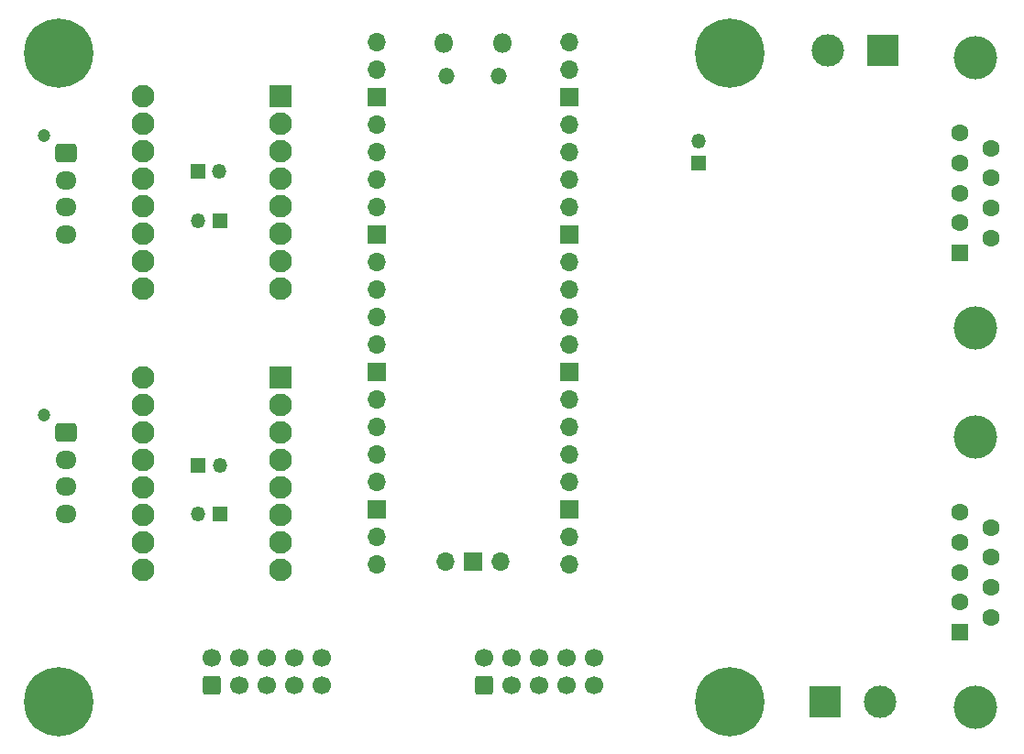
<source format=gbr>
%TF.GenerationSoftware,KiCad,Pcbnew,(7.0.0)*%
%TF.CreationDate,2023-03-02T20:10:48+13:00*%
%TF.ProjectId,pico_expansion_board,7069636f-5f65-4787-9061-6e73696f6e5f,rev?*%
%TF.SameCoordinates,Original*%
%TF.FileFunction,Soldermask,Bot*%
%TF.FilePolarity,Negative*%
%FSLAX46Y46*%
G04 Gerber Fmt 4.6, Leading zero omitted, Abs format (unit mm)*
G04 Created by KiCad (PCBNEW (7.0.0)) date 2023-03-02 20:10:48*
%MOMM*%
%LPD*%
G01*
G04 APERTURE LIST*
G04 Aperture macros list*
%AMRoundRect*
0 Rectangle with rounded corners*
0 $1 Rounding radius*
0 $2 $3 $4 $5 $6 $7 $8 $9 X,Y pos of 4 corners*
0 Add a 4 corners polygon primitive as box body*
4,1,4,$2,$3,$4,$5,$6,$7,$8,$9,$2,$3,0*
0 Add four circle primitives for the rounded corners*
1,1,$1+$1,$2,$3*
1,1,$1+$1,$4,$5*
1,1,$1+$1,$6,$7*
1,1,$1+$1,$8,$9*
0 Add four rect primitives between the rounded corners*
20,1,$1+$1,$2,$3,$4,$5,0*
20,1,$1+$1,$4,$5,$6,$7,0*
20,1,$1+$1,$6,$7,$8,$9,0*
20,1,$1+$1,$8,$9,$2,$3,0*%
G04 Aperture macros list end*
%ADD10R,1.350000X1.350000*%
%ADD11O,1.350000X1.350000*%
%ADD12R,3.000000X3.000000*%
%ADD13C,3.000000*%
%ADD14C,6.400000*%
%ADD15RoundRect,0.250000X0.600000X-0.600000X0.600000X0.600000X-0.600000X0.600000X-0.600000X-0.600000X0*%
%ADD16C,1.700000*%
%ADD17O,1.800000X1.800000*%
%ADD18O,1.500000X1.500000*%
%ADD19O,1.700000X1.700000*%
%ADD20R,1.700000X1.700000*%
%ADD21C,1.200000*%
%ADD22RoundRect,0.250000X-0.725000X0.600000X-0.725000X-0.600000X0.725000X-0.600000X0.725000X0.600000X0*%
%ADD23O,1.950000X1.700000*%
%ADD24C,4.000000*%
%ADD25R,1.600000X1.600000*%
%ADD26C,1.600000*%
%ADD27R,2.100000X2.100000*%
%ADD28C,2.100000*%
G04 APERTURE END LIST*
D10*
%TO.C,JP9*%
X114553999Y-73405999D03*
D11*
X114553999Y-71405999D03*
%TD*%
D10*
%TO.C,JP4*%
X70341999Y-105907999D03*
D11*
X68341999Y-105907999D03*
%TD*%
D10*
%TO.C,JP3*%
X68357999Y-101345999D03*
D11*
X70357999Y-101345999D03*
%TD*%
D10*
%TO.C,JP2*%
X70341999Y-78739999D03*
D11*
X68341999Y-78739999D03*
%TD*%
D10*
%TO.C,JP1*%
X68315999Y-74167999D03*
D11*
X70315999Y-74167999D03*
%TD*%
D12*
%TO.C,J1*%
X126237999Y-123189999D03*
D13*
X131318000Y-123190000D03*
%TD*%
D14*
%TO.C,H2*%
X55512000Y-123190000D03*
%TD*%
%TO.C,H4*%
X117488000Y-63246000D03*
%TD*%
D15*
%TO.C,J8*%
X94742000Y-121666000D03*
D16*
X94742000Y-119126000D03*
X97282000Y-121666000D03*
X97282000Y-119126000D03*
X99822000Y-121666000D03*
X99822000Y-119126000D03*
X102362000Y-121666000D03*
X102362000Y-119126000D03*
X104902000Y-121666000D03*
X104902000Y-119126000D03*
%TD*%
D12*
%TO.C,J10*%
X131571999Y-62991999D03*
D13*
X126492000Y-62992000D03*
%TD*%
D17*
%TO.C,U3*%
X91000999Y-62359999D03*
D18*
X91300999Y-65389999D03*
X96150999Y-65389999D03*
D17*
X96450999Y-62359999D03*
D19*
X84835999Y-62229999D03*
X84835999Y-64769999D03*
D20*
X84835999Y-67309999D03*
D19*
X84835999Y-69849999D03*
X84835999Y-72389999D03*
X84835999Y-74929999D03*
X84835999Y-77469999D03*
D20*
X84835999Y-80009999D03*
D19*
X84835999Y-82549999D03*
X84835999Y-85089999D03*
X84835999Y-87629999D03*
X84835999Y-90169999D03*
D20*
X84835999Y-92709999D03*
D19*
X84835999Y-95249999D03*
X84835999Y-97789999D03*
X84835999Y-100329999D03*
X84835999Y-102869999D03*
D20*
X84835999Y-105409999D03*
D19*
X84835999Y-107949999D03*
X84835999Y-110489999D03*
X102615999Y-110489999D03*
X102615999Y-107949999D03*
D20*
X102615999Y-105409999D03*
D19*
X102615999Y-102869999D03*
X102615999Y-100329999D03*
X102615999Y-97789999D03*
X102615999Y-95249999D03*
D20*
X102615999Y-92709999D03*
D19*
X102615999Y-90169999D03*
X102615999Y-87629999D03*
X102615999Y-85089999D03*
X102615999Y-82549999D03*
D20*
X102615999Y-80009999D03*
D19*
X102615999Y-77469999D03*
X102615999Y-74929999D03*
X102615999Y-72389999D03*
X102615999Y-69849999D03*
D20*
X102615999Y-67309999D03*
D19*
X102615999Y-64769999D03*
X102615999Y-62229999D03*
X91185999Y-110259999D03*
D20*
X93725999Y-110259999D03*
D19*
X96265999Y-110259999D03*
%TD*%
D21*
%TO.C,J4*%
X54134000Y-70910000D03*
D22*
X56134000Y-72510000D03*
D23*
X56133999Y-75009999D03*
X56133999Y-77509999D03*
X56133999Y-80009999D03*
%TD*%
D21*
%TO.C,J5*%
X54134000Y-96738000D03*
D22*
X56134000Y-98338000D03*
D23*
X56133999Y-100837999D03*
X56133999Y-103337999D03*
X56133999Y-105837999D03*
%TD*%
D14*
%TO.C,H1*%
X55512000Y-63246000D03*
%TD*%
D24*
%TO.C,J7*%
X140139669Y-88710000D03*
X140139669Y-63710000D03*
D25*
X138719668Y-81749999D03*
D26*
X138719669Y-78980000D03*
X138719669Y-76210000D03*
X138719669Y-73440000D03*
X138719669Y-70670000D03*
X141559669Y-80365000D03*
X141559669Y-77595000D03*
X141559669Y-74825000D03*
X141559669Y-72055000D03*
%TD*%
D27*
%TO.C,J3*%
X75945999Y-93217999D03*
D28*
X75946000Y-95758000D03*
X75946000Y-98298000D03*
X75946000Y-100838000D03*
X75946000Y-103378000D03*
X75946000Y-105918000D03*
X75946000Y-108458000D03*
X75946000Y-110998000D03*
X63246000Y-110998000D03*
X63246000Y-108458000D03*
X63246000Y-105918000D03*
X63246000Y-103378000D03*
X63246000Y-100838000D03*
X63246000Y-98298000D03*
X63246000Y-95758000D03*
X63246000Y-93218000D03*
%TD*%
D24*
%TO.C,J6*%
X140139669Y-123762000D03*
X140139669Y-98762000D03*
D25*
X138719668Y-116801999D03*
D26*
X138719669Y-114032000D03*
X138719669Y-111262000D03*
X138719669Y-108492000D03*
X138719669Y-105722000D03*
X141559669Y-115417000D03*
X141559669Y-112647000D03*
X141559669Y-109877000D03*
X141559669Y-107107000D03*
%TD*%
D27*
%TO.C,J2*%
X75945999Y-67241999D03*
D28*
X75946000Y-69782000D03*
X75946000Y-72322000D03*
X75946000Y-74862000D03*
X75946000Y-77402000D03*
X75946000Y-79942000D03*
X75946000Y-82482000D03*
X75946000Y-85022000D03*
X63246000Y-85022000D03*
X63246000Y-82482000D03*
X63246000Y-79942000D03*
X63246000Y-77402000D03*
X63246000Y-74862000D03*
X63246000Y-72322000D03*
X63246000Y-69782000D03*
X63246000Y-67242000D03*
%TD*%
D14*
%TO.C,H3*%
X117488000Y-123190000D03*
%TD*%
D15*
%TO.C,J9*%
X69596000Y-121666000D03*
D16*
X69596000Y-119126000D03*
X72136000Y-121666000D03*
X72136000Y-119126000D03*
X74676000Y-121666000D03*
X74676000Y-119126000D03*
X77216000Y-121666000D03*
X77216000Y-119126000D03*
X79756000Y-121666000D03*
X79756000Y-119126000D03*
%TD*%
M02*

</source>
